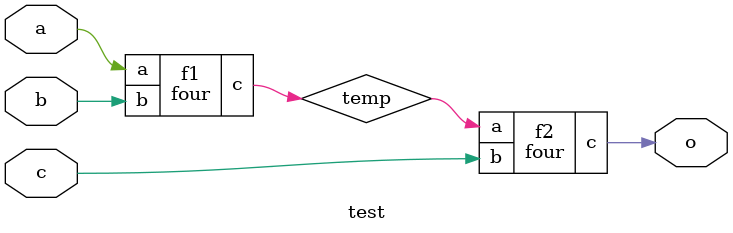
<source format=v>
module four (input a, b,
            output c);
    assign c = (a < b) ? a : b;
endmodule

module test (input a, b, c,
            output o);
    wire temp;
    four f1 (.a(a), .b(b), .c(temp));
    four f2 (.a(temp), .b(c), .c(o));
endmodule
</source>
